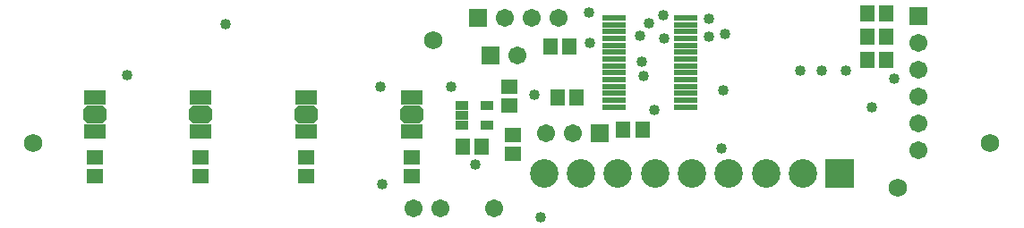
<source format=gts>
%FSTAX24Y24*%
%MOIN*%
G70*
G01*
G75*
G04 Layer_Color=8388736*
%ADD10R,0.0532X0.0472*%
%ADD11R,0.0728X0.0472*%
%ADD12R,0.0472X0.0532*%
%ADD13R,0.0807X0.0157*%
%ADD14R,0.0433X0.0256*%
%ADD15R,0.0472X0.0551*%
%ADD16R,0.0551X0.0472*%
%ADD17C,0.0100*%
%ADD18C,0.0200*%
G04:AMPARAMS|DCode=19|XSize=78.7mil|YSize=60mil|CornerRadius=0mil|HoleSize=0mil|Usage=FLASHONLY|Rotation=0.000|XOffset=0mil|YOffset=0mil|HoleType=Round|Shape=Octagon|*
%AMOCTAGOND19*
4,1,8,0.0394,-0.0150,0.0394,0.0150,0.0244,0.0300,-0.0244,0.0300,-0.0394,0.0150,-0.0394,-0.0150,-0.0244,-0.0300,0.0244,-0.0300,0.0394,-0.0150,0.0*
%
%ADD19OCTAGOND19*%

%ADD20C,0.0600*%
%ADD21R,0.0591X0.0591*%
%ADD22C,0.0591*%
%ADD23R,0.0591X0.0591*%
%ADD24C,0.0984*%
%ADD25R,0.0984X0.0984*%
%ADD26C,0.0320*%
%ADD27R,0.0551X0.0236*%
%ADD28O,0.0276X0.0984*%
%ADD29R,0.0315X0.0374*%
%ADD30C,0.0039*%
%ADD31R,0.0612X0.0552*%
%ADD32R,0.0808X0.0552*%
%ADD33R,0.0552X0.0612*%
%ADD34R,0.0887X0.0237*%
%ADD35R,0.0513X0.0336*%
%ADD36R,0.0552X0.0631*%
%ADD37R,0.0631X0.0552*%
G04:AMPARAMS|DCode=38|XSize=86.7mil|YSize=68mil|CornerRadius=0mil|HoleSize=0mil|Usage=FLASHONLY|Rotation=0.000|XOffset=0mil|YOffset=0mil|HoleType=Round|Shape=Octagon|*
%AMOCTAGOND38*
4,1,8,0.0434,-0.0170,0.0434,0.0170,0.0264,0.0340,-0.0264,0.0340,-0.0434,0.0170,-0.0434,-0.0170,-0.0264,-0.0340,0.0264,-0.0340,0.0434,-0.0170,0.0*
%
%ADD38OCTAGOND38*%

%ADD39C,0.0680*%
%ADD40R,0.0671X0.0671*%
%ADD41C,0.0671*%
%ADD42R,0.0671X0.0671*%
%ADD43C,0.1064*%
%ADD44R,0.1064X0.1064*%
%ADD45C,0.0400*%
D31*
X048563Y044104D02*
D03*
Y043395D02*
D03*
X0525Y044104D02*
D03*
Y043395D02*
D03*
X056437Y044104D02*
D03*
Y043395D02*
D03*
X060374Y044104D02*
D03*
Y043395D02*
D03*
D32*
X048563Y045082D02*
D03*
Y046341D02*
D03*
X0525Y045082D02*
D03*
Y046341D02*
D03*
X056437Y045082D02*
D03*
Y046341D02*
D03*
X060374Y045082D02*
D03*
Y046341D02*
D03*
D33*
X065807Y046348D02*
D03*
X066516D02*
D03*
X078052Y049458D02*
D03*
X077343D02*
D03*
X077343Y048592D02*
D03*
X078052D02*
D03*
D34*
X067894Y04931D02*
D03*
Y049054D02*
D03*
Y048798D02*
D03*
Y048543D02*
D03*
Y048287D02*
D03*
Y048031D02*
D03*
Y047775D02*
D03*
Y047519D02*
D03*
Y047263D02*
D03*
Y047007D02*
D03*
Y046751D02*
D03*
Y046495D02*
D03*
Y046239D02*
D03*
Y045983D02*
D03*
X070571Y04931D02*
D03*
Y049054D02*
D03*
Y048798D02*
D03*
Y048543D02*
D03*
Y048287D02*
D03*
Y048031D02*
D03*
Y047775D02*
D03*
Y047519D02*
D03*
Y047263D02*
D03*
Y047007D02*
D03*
Y046751D02*
D03*
Y046495D02*
D03*
Y046239D02*
D03*
Y045983D02*
D03*
D35*
X062225Y046044D02*
D03*
Y04567D02*
D03*
Y045296D02*
D03*
X06317D02*
D03*
Y046044D02*
D03*
D36*
X068957Y045127D02*
D03*
X068248D02*
D03*
X066244Y048244D02*
D03*
X065536D02*
D03*
X078052Y047726D02*
D03*
X077343D02*
D03*
X062965Y044517D02*
D03*
X062256D02*
D03*
D37*
X064138Y044226D02*
D03*
Y044934D02*
D03*
X064016Y046025D02*
D03*
Y046733D02*
D03*
D38*
X060374Y045711D02*
D03*
X056437D02*
D03*
X0525D02*
D03*
X048563D02*
D03*
D39*
X081914Y044623D02*
D03*
X046284D02*
D03*
X078485Y042962D02*
D03*
X061162Y048474D02*
D03*
D40*
X067382Y045009D02*
D03*
X063311Y047911D02*
D03*
X062823Y0493D02*
D03*
D41*
X066382Y045009D02*
D03*
X065382D02*
D03*
X064311Y047911D02*
D03*
X060449Y042214D02*
D03*
X061449D02*
D03*
X063449D02*
D03*
X065823Y0493D02*
D03*
X064823D02*
D03*
X063823D02*
D03*
X079233Y044371D02*
D03*
Y045371D02*
D03*
Y046371D02*
D03*
Y047371D02*
D03*
Y048371D02*
D03*
D42*
Y049371D02*
D03*
D43*
X065296Y043513D02*
D03*
X070807D02*
D03*
X066674D02*
D03*
X073563D02*
D03*
X068052D02*
D03*
X06943D02*
D03*
X072185D02*
D03*
X074941D02*
D03*
D44*
X076319D02*
D03*
D45*
X059189Y046737D02*
D03*
X049756Y047182D02*
D03*
X053433Y049088D02*
D03*
X059259Y043118D02*
D03*
X062729Y043822D02*
D03*
X071906Y044446D02*
D03*
X06185Y04675D02*
D03*
X07485Y04735D02*
D03*
X07565D02*
D03*
X077517Y045983D02*
D03*
X07835Y04705D02*
D03*
X06495Y04645D02*
D03*
X069418Y045886D02*
D03*
X07655Y04735D02*
D03*
X068922Y047657D02*
D03*
X071973Y046594D02*
D03*
X069756Y04855D02*
D03*
X068859Y048642D02*
D03*
X069213Y049098D02*
D03*
X069Y04715D02*
D03*
X071449Y048606D02*
D03*
X066973Y049512D02*
D03*
X072036Y048709D02*
D03*
X071441Y04928D02*
D03*
X069721Y049409D02*
D03*
X06517Y041874D02*
D03*
X066996Y04837D02*
D03*
M02*

</source>
